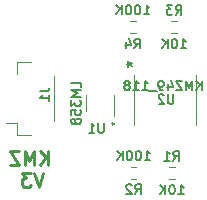
<source format=gbr>
%TF.GenerationSoftware,KiCad,Pcbnew,(6.0.0)*%
%TF.CreationDate,2022-07-24T16:27:14-05:00*%
%TF.ProjectId,DriveByWireMrSensor,44726976-6542-4795-9769-72654d725365,rev?*%
%TF.SameCoordinates,Original*%
%TF.FileFunction,Legend,Bot*%
%TF.FilePolarity,Positive*%
%FSLAX46Y46*%
G04 Gerber Fmt 4.6, Leading zero omitted, Abs format (unit mm)*
G04 Created by KiCad (PCBNEW (6.0.0)) date 2022-07-24 16:27:14*
%MOMM*%
%LPD*%
G01*
G04 APERTURE LIST*
%ADD10C,0.250000*%
%ADD11C,0.140000*%
%ADD12C,0.080000*%
%ADD13C,0.150000*%
%ADD14C,0.120000*%
G04 APERTURE END LIST*
D10*
X93691428Y-84682857D02*
X93691428Y-83482857D01*
X93005714Y-84682857D02*
X93520000Y-83997142D01*
X93005714Y-83482857D02*
X93691428Y-84168571D01*
X92491428Y-84682857D02*
X92491428Y-83482857D01*
X92091428Y-84340000D01*
X91691428Y-83482857D01*
X91691428Y-84682857D01*
X91234285Y-83482857D02*
X90434285Y-83482857D01*
X91234285Y-84682857D01*
X90434285Y-84682857D01*
X93281428Y-85302857D02*
X92881428Y-86502857D01*
X92481428Y-85302857D01*
X92195714Y-85302857D02*
X91452857Y-85302857D01*
X91852857Y-85760000D01*
X91681428Y-85760000D01*
X91567142Y-85817142D01*
X91510000Y-85874285D01*
X91452857Y-85988571D01*
X91452857Y-86274285D01*
X91510000Y-86388571D01*
X91567142Y-86445714D01*
X91681428Y-86502857D01*
X92024285Y-86502857D01*
X92138571Y-86445714D01*
X92195714Y-86388571D01*
D11*
%TO.C,J1*%
X93001904Y-78423333D02*
X93573333Y-78423333D01*
X93687619Y-78385238D01*
X93763809Y-78309047D01*
X93801904Y-78194761D01*
X93801904Y-78118571D01*
X93801904Y-79223333D02*
X93801904Y-78766190D01*
X93801904Y-78994761D02*
X93001904Y-78994761D01*
X93116190Y-78918571D01*
X93192380Y-78842380D01*
X93230476Y-78766190D01*
%TO.C,R4*%
X100993333Y-74761904D02*
X101260000Y-74380952D01*
X101450476Y-74761904D02*
X101450476Y-73961904D01*
X101145714Y-73961904D01*
X101069523Y-74000000D01*
X101031428Y-74038095D01*
X100993333Y-74114285D01*
X100993333Y-74228571D01*
X101031428Y-74304761D01*
X101069523Y-74342857D01*
X101145714Y-74380952D01*
X101450476Y-74380952D01*
X100307619Y-74228571D02*
X100307619Y-74761904D01*
X100498095Y-73923809D02*
X100688571Y-74495238D01*
X100193333Y-74495238D01*
X101793333Y-71901904D02*
X102250476Y-71901904D01*
X102021904Y-71901904D02*
X102021904Y-71101904D01*
X102098095Y-71216190D01*
X102174285Y-71292380D01*
X102250476Y-71330476D01*
X101298095Y-71101904D02*
X101221904Y-71101904D01*
X101145714Y-71140000D01*
X101107619Y-71178095D01*
X101069523Y-71254285D01*
X101031428Y-71406666D01*
X101031428Y-71597142D01*
X101069523Y-71749523D01*
X101107619Y-71825714D01*
X101145714Y-71863809D01*
X101221904Y-71901904D01*
X101298095Y-71901904D01*
X101374285Y-71863809D01*
X101412380Y-71825714D01*
X101450476Y-71749523D01*
X101488571Y-71597142D01*
X101488571Y-71406666D01*
X101450476Y-71254285D01*
X101412380Y-71178095D01*
X101374285Y-71140000D01*
X101298095Y-71101904D01*
X100536190Y-71101904D02*
X100460000Y-71101904D01*
X100383809Y-71140000D01*
X100345714Y-71178095D01*
X100307619Y-71254285D01*
X100269523Y-71406666D01*
X100269523Y-71597142D01*
X100307619Y-71749523D01*
X100345714Y-71825714D01*
X100383809Y-71863809D01*
X100460000Y-71901904D01*
X100536190Y-71901904D01*
X100612380Y-71863809D01*
X100650476Y-71825714D01*
X100688571Y-71749523D01*
X100726666Y-71597142D01*
X100726666Y-71406666D01*
X100688571Y-71254285D01*
X100650476Y-71178095D01*
X100612380Y-71140000D01*
X100536190Y-71101904D01*
X99926666Y-71901904D02*
X99926666Y-71101904D01*
X99469523Y-71901904D02*
X99812380Y-71444761D01*
X99469523Y-71101904D02*
X99926666Y-71559047D01*
%TO.C,R1*%
X104283333Y-84281904D02*
X104550000Y-83900952D01*
X104740476Y-84281904D02*
X104740476Y-83481904D01*
X104435714Y-83481904D01*
X104359523Y-83520000D01*
X104321428Y-83558095D01*
X104283333Y-83634285D01*
X104283333Y-83748571D01*
X104321428Y-83824761D01*
X104359523Y-83862857D01*
X104435714Y-83900952D01*
X104740476Y-83900952D01*
X103521428Y-84281904D02*
X103978571Y-84281904D01*
X103750000Y-84281904D02*
X103750000Y-83481904D01*
X103826190Y-83596190D01*
X103902380Y-83672380D01*
X103978571Y-83710476D01*
X104702380Y-87141904D02*
X105159523Y-87141904D01*
X104930952Y-87141904D02*
X104930952Y-86341904D01*
X105007142Y-86456190D01*
X105083333Y-86532380D01*
X105159523Y-86570476D01*
X104207142Y-86341904D02*
X104130952Y-86341904D01*
X104054761Y-86380000D01*
X104016666Y-86418095D01*
X103978571Y-86494285D01*
X103940476Y-86646666D01*
X103940476Y-86837142D01*
X103978571Y-86989523D01*
X104016666Y-87065714D01*
X104054761Y-87103809D01*
X104130952Y-87141904D01*
X104207142Y-87141904D01*
X104283333Y-87103809D01*
X104321428Y-87065714D01*
X104359523Y-86989523D01*
X104397619Y-86837142D01*
X104397619Y-86646666D01*
X104359523Y-86494285D01*
X104321428Y-86418095D01*
X104283333Y-86380000D01*
X104207142Y-86341904D01*
X103597619Y-87141904D02*
X103597619Y-86341904D01*
X103140476Y-87141904D02*
X103483333Y-86684761D01*
X103140476Y-86341904D02*
X103597619Y-86799047D01*
%TO.C,R3*%
X104481333Y-71911904D02*
X104748000Y-71530952D01*
X104938476Y-71911904D02*
X104938476Y-71111904D01*
X104633714Y-71111904D01*
X104557523Y-71150000D01*
X104519428Y-71188095D01*
X104481333Y-71264285D01*
X104481333Y-71378571D01*
X104519428Y-71454761D01*
X104557523Y-71492857D01*
X104633714Y-71530952D01*
X104938476Y-71530952D01*
X104214666Y-71111904D02*
X103719428Y-71111904D01*
X103986095Y-71416666D01*
X103871809Y-71416666D01*
X103795619Y-71454761D01*
X103757523Y-71492857D01*
X103719428Y-71569047D01*
X103719428Y-71759523D01*
X103757523Y-71835714D01*
X103795619Y-71873809D01*
X103871809Y-71911904D01*
X104100380Y-71911904D01*
X104176571Y-71873809D01*
X104214666Y-71835714D01*
X104900380Y-74771904D02*
X105357523Y-74771904D01*
X105128952Y-74771904D02*
X105128952Y-73971904D01*
X105205142Y-74086190D01*
X105281333Y-74162380D01*
X105357523Y-74200476D01*
X104405142Y-73971904D02*
X104328952Y-73971904D01*
X104252761Y-74010000D01*
X104214666Y-74048095D01*
X104176571Y-74124285D01*
X104138476Y-74276666D01*
X104138476Y-74467142D01*
X104176571Y-74619523D01*
X104214666Y-74695714D01*
X104252761Y-74733809D01*
X104328952Y-74771904D01*
X104405142Y-74771904D01*
X104481333Y-74733809D01*
X104519428Y-74695714D01*
X104557523Y-74619523D01*
X104595619Y-74467142D01*
X104595619Y-74276666D01*
X104557523Y-74124285D01*
X104519428Y-74048095D01*
X104481333Y-74010000D01*
X104405142Y-73971904D01*
X103795619Y-74771904D02*
X103795619Y-73971904D01*
X103338476Y-74771904D02*
X103681333Y-74314761D01*
X103338476Y-73971904D02*
X103795619Y-74429047D01*
%TO.C,U1*%
X98389523Y-81111904D02*
X98389523Y-81759523D01*
X98351428Y-81835714D01*
X98313333Y-81873809D01*
X98237142Y-81911904D01*
X98084761Y-81911904D01*
X98008571Y-81873809D01*
X97970476Y-81835714D01*
X97932380Y-81759523D01*
X97932380Y-81111904D01*
X97132380Y-81911904D02*
X97589523Y-81911904D01*
X97360952Y-81911904D02*
X97360952Y-81111904D01*
X97437142Y-81226190D01*
X97513333Y-81302380D01*
X97589523Y-81340476D01*
X96441904Y-78057619D02*
X96441904Y-77676666D01*
X95641904Y-77676666D01*
X96441904Y-78324285D02*
X95641904Y-78324285D01*
X96213333Y-78590952D01*
X95641904Y-78857619D01*
X96441904Y-78857619D01*
X95641904Y-79162380D02*
X95641904Y-79657619D01*
X95946666Y-79390952D01*
X95946666Y-79505238D01*
X95984761Y-79581428D01*
X96022857Y-79619523D01*
X96099047Y-79657619D01*
X96289523Y-79657619D01*
X96365714Y-79619523D01*
X96403809Y-79581428D01*
X96441904Y-79505238D01*
X96441904Y-79276666D01*
X96403809Y-79200476D01*
X96365714Y-79162380D01*
X95641904Y-80381428D02*
X95641904Y-80000476D01*
X96022857Y-79962380D01*
X95984761Y-80000476D01*
X95946666Y-80076666D01*
X95946666Y-80267142D01*
X95984761Y-80343333D01*
X96022857Y-80381428D01*
X96099047Y-80419523D01*
X96289523Y-80419523D01*
X96365714Y-80381428D01*
X96403809Y-80343333D01*
X96441904Y-80267142D01*
X96441904Y-80076666D01*
X96403809Y-80000476D01*
X96365714Y-79962380D01*
X95984761Y-80876666D02*
X95946666Y-80800476D01*
X95908571Y-80762380D01*
X95832380Y-80724285D01*
X95794285Y-80724285D01*
X95718095Y-80762380D01*
X95680000Y-80800476D01*
X95641904Y-80876666D01*
X95641904Y-81029047D01*
X95680000Y-81105238D01*
X95718095Y-81143333D01*
X95794285Y-81181428D01*
X95832380Y-81181428D01*
X95908571Y-81143333D01*
X95946666Y-81105238D01*
X95984761Y-81029047D01*
X95984761Y-80876666D01*
X96022857Y-80800476D01*
X96060952Y-80762380D01*
X96137142Y-80724285D01*
X96289523Y-80724285D01*
X96365714Y-80762380D01*
X96403809Y-80800476D01*
X96441904Y-80876666D01*
X96441904Y-81029047D01*
X96403809Y-81105238D01*
X96365714Y-81143333D01*
X96289523Y-81181428D01*
X96137142Y-81181428D01*
X96060952Y-81143333D01*
X96022857Y-81105238D01*
X95984761Y-81029047D01*
D12*
X99036190Y-81130000D02*
X99155238Y-81130000D01*
X99107619Y-81010952D02*
X99155238Y-81130000D01*
X99107619Y-81249047D01*
X99250476Y-81058571D02*
X99155238Y-81130000D01*
X99250476Y-81201428D01*
D11*
%TO.C,R2*%
X101053333Y-87101904D02*
X101320000Y-86720952D01*
X101510476Y-87101904D02*
X101510476Y-86301904D01*
X101205714Y-86301904D01*
X101129523Y-86340000D01*
X101091428Y-86378095D01*
X101053333Y-86454285D01*
X101053333Y-86568571D01*
X101091428Y-86644761D01*
X101129523Y-86682857D01*
X101205714Y-86720952D01*
X101510476Y-86720952D01*
X100748571Y-86378095D02*
X100710476Y-86340000D01*
X100634285Y-86301904D01*
X100443809Y-86301904D01*
X100367619Y-86340000D01*
X100329523Y-86378095D01*
X100291428Y-86454285D01*
X100291428Y-86530476D01*
X100329523Y-86644761D01*
X100786666Y-87101904D01*
X100291428Y-87101904D01*
X101853333Y-84241904D02*
X102310476Y-84241904D01*
X102081904Y-84241904D02*
X102081904Y-83441904D01*
X102158095Y-83556190D01*
X102234285Y-83632380D01*
X102310476Y-83670476D01*
X101358095Y-83441904D02*
X101281904Y-83441904D01*
X101205714Y-83480000D01*
X101167619Y-83518095D01*
X101129523Y-83594285D01*
X101091428Y-83746666D01*
X101091428Y-83937142D01*
X101129523Y-84089523D01*
X101167619Y-84165714D01*
X101205714Y-84203809D01*
X101281904Y-84241904D01*
X101358095Y-84241904D01*
X101434285Y-84203809D01*
X101472380Y-84165714D01*
X101510476Y-84089523D01*
X101548571Y-83937142D01*
X101548571Y-83746666D01*
X101510476Y-83594285D01*
X101472380Y-83518095D01*
X101434285Y-83480000D01*
X101358095Y-83441904D01*
X100596190Y-83441904D02*
X100520000Y-83441904D01*
X100443809Y-83480000D01*
X100405714Y-83518095D01*
X100367619Y-83594285D01*
X100329523Y-83746666D01*
X100329523Y-83937142D01*
X100367619Y-84089523D01*
X100405714Y-84165714D01*
X100443809Y-84203809D01*
X100520000Y-84241904D01*
X100596190Y-84241904D01*
X100672380Y-84203809D01*
X100710476Y-84165714D01*
X100748571Y-84089523D01*
X100786666Y-83937142D01*
X100786666Y-83746666D01*
X100748571Y-83594285D01*
X100710476Y-83518095D01*
X100672380Y-83480000D01*
X100596190Y-83441904D01*
X99986666Y-84241904D02*
X99986666Y-83441904D01*
X99529523Y-84241904D02*
X99872380Y-83784761D01*
X99529523Y-83441904D02*
X99986666Y-83899047D01*
%TO.C,U2*%
X104289523Y-78651904D02*
X104289523Y-79299523D01*
X104251428Y-79375714D01*
X104213333Y-79413809D01*
X104137142Y-79451904D01*
X103984761Y-79451904D01*
X103908571Y-79413809D01*
X103870476Y-79375714D01*
X103832380Y-79299523D01*
X103832380Y-78651904D01*
X103489523Y-78728095D02*
X103451428Y-78690000D01*
X103375238Y-78651904D01*
X103184761Y-78651904D01*
X103108571Y-78690000D01*
X103070476Y-78728095D01*
X103032380Y-78804285D01*
X103032380Y-78880476D01*
X103070476Y-78994761D01*
X103527619Y-79451904D01*
X103032380Y-79451904D01*
X106687142Y-78321904D02*
X106687142Y-77521904D01*
X106230000Y-78321904D02*
X106572857Y-77864761D01*
X106230000Y-77521904D02*
X106687142Y-77979047D01*
X105887142Y-78321904D02*
X105887142Y-77521904D01*
X105620476Y-78093333D01*
X105353809Y-77521904D01*
X105353809Y-78321904D01*
X105049047Y-77521904D02*
X104515714Y-77521904D01*
X105049047Y-78321904D01*
X104515714Y-78321904D01*
X103868095Y-77788571D02*
X103868095Y-78321904D01*
X104058571Y-77483809D02*
X104249047Y-78055238D01*
X103753809Y-78055238D01*
X103410952Y-78321904D02*
X103258571Y-78321904D01*
X103182380Y-78283809D01*
X103144285Y-78245714D01*
X103068095Y-78131428D01*
X103030000Y-77979047D01*
X103030000Y-77674285D01*
X103068095Y-77598095D01*
X103106190Y-77560000D01*
X103182380Y-77521904D01*
X103334761Y-77521904D01*
X103410952Y-77560000D01*
X103449047Y-77598095D01*
X103487142Y-77674285D01*
X103487142Y-77864761D01*
X103449047Y-77940952D01*
X103410952Y-77979047D01*
X103334761Y-78017142D01*
X103182380Y-78017142D01*
X103106190Y-77979047D01*
X103068095Y-77940952D01*
X103030000Y-77864761D01*
X102877619Y-78398095D02*
X102268095Y-78398095D01*
X101658571Y-78321904D02*
X102115714Y-78321904D01*
X101887142Y-78321904D02*
X101887142Y-77521904D01*
X101963333Y-77636190D01*
X102039523Y-77712380D01*
X102115714Y-77750476D01*
X100896666Y-78321904D02*
X101353809Y-78321904D01*
X101125238Y-78321904D02*
X101125238Y-77521904D01*
X101201428Y-77636190D01*
X101277619Y-77712380D01*
X101353809Y-77750476D01*
X100439523Y-77864761D02*
X100515714Y-77826666D01*
X100553809Y-77788571D01*
X100591904Y-77712380D01*
X100591904Y-77674285D01*
X100553809Y-77598095D01*
X100515714Y-77560000D01*
X100439523Y-77521904D01*
X100287142Y-77521904D01*
X100210952Y-77560000D01*
X100172857Y-77598095D01*
X100134761Y-77674285D01*
X100134761Y-77712380D01*
X100172857Y-77788571D01*
X100210952Y-77826666D01*
X100287142Y-77864761D01*
X100439523Y-77864761D01*
X100515714Y-77902857D01*
X100553809Y-77940952D01*
X100591904Y-78017142D01*
X100591904Y-78169523D01*
X100553809Y-78245714D01*
X100515714Y-78283809D01*
X100439523Y-78321904D01*
X100287142Y-78321904D01*
X100210952Y-78283809D01*
X100172857Y-78245714D01*
X100134761Y-78169523D01*
X100134761Y-78017142D01*
X100172857Y-77940952D01*
X100210952Y-77902857D01*
X100287142Y-77864761D01*
D13*
X100322380Y-76120000D02*
X100560476Y-76120000D01*
X100465238Y-75881904D02*
X100560476Y-76120000D01*
X100465238Y-76358095D01*
X100750952Y-75977142D02*
X100560476Y-76120000D01*
X100750952Y-76262857D01*
D14*
%TO.C,J1*%
X92230000Y-82140000D02*
X91080000Y-82140000D01*
X91080000Y-82140000D02*
X91080000Y-81090000D01*
X91080000Y-81090000D02*
X90090000Y-81090000D01*
X92230000Y-75920000D02*
X91080000Y-75920000D01*
X91080000Y-75920000D02*
X91080000Y-76970000D01*
X94200000Y-80970000D02*
X94200000Y-77090000D01*
%TO.C,R4*%
X100622742Y-72447500D02*
X101097258Y-72447500D01*
X100622742Y-73492500D02*
X101097258Y-73492500D01*
%TO.C,R1*%
X104387258Y-84827500D02*
X103912742Y-84827500D01*
X104387258Y-85872500D02*
X103912742Y-85872500D01*
%TO.C,R3*%
X104585258Y-73502500D02*
X104110742Y-73502500D01*
X104585258Y-72457500D02*
X104110742Y-72457500D01*
%TO.C,U1*%
X96920000Y-80060000D02*
X96920000Y-78760000D01*
X99240000Y-80500000D02*
X99240000Y-78760000D01*
%TO.C,R2*%
X100682742Y-84787500D02*
X101157258Y-84787500D01*
X100682742Y-85832500D02*
X101157258Y-85832500D01*
%TO.C,U2*%
X100921100Y-81270900D02*
X100921100Y-77029100D01*
X106178900Y-77029100D02*
X106178900Y-81270900D01*
%TD*%
M02*

</source>
